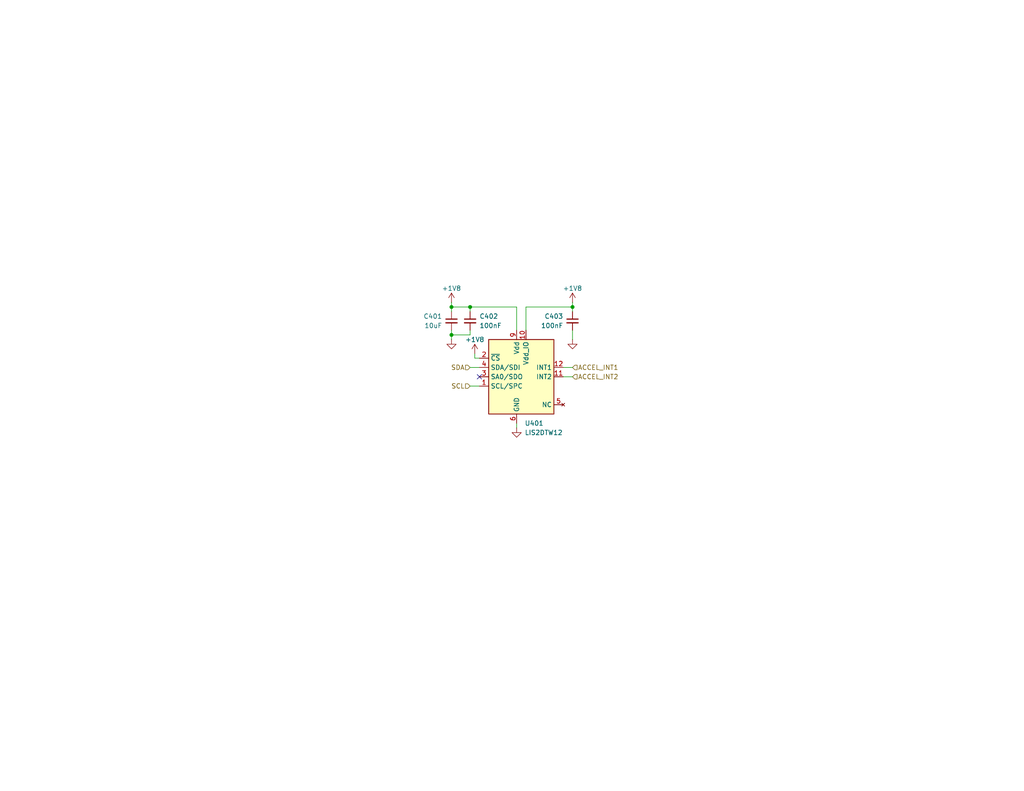
<source format=kicad_sch>
(kicad_sch (version 20231120) (generator "eeschema") (generator_version "8.0")
  (paper "USLetter")
  (title_block (title "BT Bike Light") (date "2024-08-25") (rev "A") (company "Embedded Shark, LLC") (comment 1 "Ben Owen"))
  (lib_symbols
    (symbol "Device:C_Small" (pin_numbers hide) (pin_names (offset 0.254) hide)
      (property "Reference" "C" (at 0.254 1.778 0))
      (property "Value" "C_Small" (at 0.254 -2.032 0))
      (symbol "C_Small_0_1"
        (polyline (pts (xy -1.524 -0.508) (xy 1.524 -0.508)) (stroke (width 0.3302)))
        (polyline (pts (xy -1.524 0.508) (xy 1.524 0.508)) (stroke (width 0.3048)))
      )
      (symbol "C_Small_1_1"
        (pin passive line (at 0 2.54 270) (length 2.032) (name "~") (number "1"))
        (pin passive line (at 0 -2.54 90) (length 2.032) (name "~") (number "2"))
      )
    )
    (symbol "STMicroelectronics:LIS2DTW12"
      (property "Reference" "U" (at -5.08 11.43 0))
      (property "Value" "LIS2DTW12" (at 3.81 11.43 0))
      (symbol "LIS2DTW12_0_1"
        (rectangle (start -7.62 10.16) (end 10.16 -10.16) (stroke (width 0.254)) (fill (type background)))
      )
      (symbol "LIS2DTW12_1_1"
        (pin input line (at -10.16 -2.54 0) (length 2.54) (name "SCL/SPC") (number "1"))
        (pin power_in line (at 2.54 12.7 270) (length 2.54) (name "Vdd_IO") (number "10"))
        (pin output line (at 12.7 0 180) (length 2.54) (name "INT2") (number "11"))
        (pin output line (at 12.7 2.54 180) (length 2.54) (name "INT1") (number "12"))
        (pin input line (at -10.16 5.08 0) (length 2.54) (name "~{CS}") (number "2"))
        (pin bidirectional line (at -10.16 0 0) (length 2.54) (name "SA0/SDO") (number "3"))
        (pin bidirectional line (at -10.16 2.54 0) (length 2.54) (name "SDA/SDI") (number "4"))
        (pin no_connect line (at 12.7 -7.62 180) (length 2.54) (name "NC") (number "5"))
        (pin power_in line (at 0 -12.7 90) (length 2.54) (name "GND") (number "6"))
        (pin passive line (at 0 -12.7 90) (length 2.54) hide (name "GND") (number "7"))
        (pin passive line (at 0 -12.7 90) (length 2.54) hide (name "GND") (number "8"))
        (pin power_in line (at 0 12.7 270) (length 2.54) (name "Vdd") (number "9"))
      )
    )
    (symbol "power:+1V8" (power) (pin_numbers hide) (pin_names (offset 0) hide)
      (property "Value" "+1V8" (at 0 3.556 0))
      (symbol "+1V8_0_1"
        (polyline (pts (xy -0.762 1.27) (xy 0 2.54)))
        (polyline (pts (xy 0 0) (xy 0 2.54)))
        (polyline (pts (xy 0 2.54) (xy 0.762 1.27)))
      )
      (symbol "+1V8_1_1"
        (pin power_in line (at 0 0 90) (length 0) (name "~") (number "1"))
      )
    )
    (symbol "power:GND" (power) (pin_numbers hide) (pin_names (offset 0) hide)
      (property "Value" "GND" (at 0 -3.81 0))
      (symbol "GND_0_1"
        (polyline (pts (xy 0 0) (xy 0 -1.27) (xy 1.27 -1.27) (xy 0 -2.54) (xy -1.27 -1.27) (xy 0 -1.27)))
      )
      (symbol "GND_1_1"
        (pin power_in line (at 0 0 270) (length 0) (name "~") (number "1"))
      )
    )
  )
  (junction (at 156.21 83.82))
  (junction (at 128.27 83.82))
  (junction (at 123.19 91.44))
  (junction (at 123.19 83.82))
  (no_connect (at 130.81 102.87))
  (wire (pts (xy 123.19 82.55) (xy 123.19 83.82)))
  (wire (pts (xy 123.19 91.44) (xy 123.19 90.17)))
  (wire (pts (xy 128.27 83.82) (xy 128.27 85.09)))
  (wire (pts (xy 123.19 91.44) (xy 123.19 92.71)))
  (wire (pts (xy 143.51 83.82) (xy 143.51 90.17)))
  (wire (pts (xy 129.54 96.52) (xy 129.54 97.79)))
  (wire (pts (xy 156.21 83.82) (xy 143.51 83.82)))
  (wire (pts (xy 153.67 100.33) (xy 156.21 100.33)))
  (wire (pts (xy 123.19 91.44) (xy 128.27 91.44)))
  (wire (pts (xy 153.67 102.87) (xy 156.21 102.87)))
  (wire (pts (xy 156.21 83.82) (xy 156.21 85.09)))
  (wire (pts (xy 123.19 83.82) (xy 128.27 83.82)))
  (wire (pts (xy 156.21 82.55) (xy 156.21 83.82)))
  (wire (pts (xy 128.27 83.82) (xy 140.97 83.82)))
  (wire (pts (xy 140.97 115.57) (xy 140.97 116.84)))
  (wire (pts (xy 128.27 90.17) (xy 128.27 91.44)))
  (wire (pts (xy 128.27 100.33) (xy 130.81 100.33)))
  (wire (pts (xy 156.21 90.17) (xy 156.21 92.71)))
  (wire (pts (xy 123.19 83.82) (xy 123.19 85.09)))
  (wire (pts (xy 128.27 105.41) (xy 130.81 105.41)))
  (wire (pts (xy 140.97 90.17) (xy 140.97 83.82)))
  (wire (pts (xy 129.54 97.79) (xy 130.81 97.79)))
  (hierarchical_label "SDA" (shape input) (at 128.27 100.33 180))
  (hierarchical_label "ACCEL_INT1" (shape input) (at 156.21 100.33 0))
  (hierarchical_label "SCL" (shape input) (at 128.27 105.41 180))
  (hierarchical_label "ACCEL_INT2" (shape input) (at 156.21 102.87 0))
  (symbol (lib_id "Device:C_Small") (at 128.27 87.63 0) (unit 1)
    (property "Reference" "C402" (at 130.81 86.3662 0) (effects (justify left)))
    (property "Value" "100nF" (at 130.81 88.9062 0) (effects (justify left)))
    (property "Footprint" "Capacitor_SMD:C_0402_1005Metric" (effects (hide yes)))
    (property "Description" "Unpolarized capacitor, small symbol" (effects (hide yes)))
  )
  (symbol (lib_id "Device:C_Small") (at 123.19 87.63 0) (mirror y) (unit 1)
    (property "Reference" "C401" (at 120.65 86.3662 0) (effects (justify left)))
    (property "Value" "10uF" (at 120.65 88.9062 0) (effects (justify left)))
    (property "Footprint" "Capacitor_SMD:C_0402_1005Metric" (effects (hide yes)))
    (property "Description" "Unpolarized capacitor, small symbol" (effects (hide yes)))
  )
  (symbol (lib_id "Device:C_Small") (at 156.21 87.63 0) (mirror y) (unit 1)
    (property "Reference" "C403" (at 153.67 86.3662 0) (effects (justify left)))
    (property "Value" "100nF" (at 153.67 88.9062 0) (effects (justify left)))
    (property "Footprint" "Capacitor_SMD:C_0402_1005Metric" (effects (hide yes)))
    (property "Description" "Unpolarized capacitor, small symbol" (effects (hide yes)))
  )
  (symbol (lib_id "power:+1V8") (at 123.19 82.55 0) (unit 1)
    (property "Reference" "#PWR0401" (effects (hide yes)))
    (property "Value" "+1V8" (at 123.19 78.74 0))
    (property "Description" "Power symbol creates a global label with name \"+1V8\"" (effects (hide yes)))
  )
  (symbol (lib_id "STMicroelectronics:LIS2DTW12") (at 140.97 102.87 0) (unit 1)
    (property "Reference" "U401" (at 143.1641 115.57 0) (effects (justify left)))
    (property "Value" "LIS2DTW12" (at 143.1641 118.11 0) (effects (justify left)))
    (property "Footprint" "Package_LGA:LGA-12_2x2mm_P0.5mm" (effects (hide yes)))
    (property "Datasheet" "https://www.st.com/resource/en/datasheet/lis2dtw12.pdf" (effects (hide yes)))
    (property "Description" "MEMS digital output dual motion and temperature sensor" (effects (hide yes)))
  )
  (symbol (lib_id "power:GND") (at 156.21 92.71 0) (unit 1)
    (property "Reference" "#PWR0406" (effects (hide yes)))
    (property "Value" "GND" (effects (hide yes)))
    (property "Description" "Power symbol creates a global label with name \"GND\" , ground" (effects (hide yes)))
  )
  (symbol (lib_id "power:GND") (at 140.97 116.84 0) (unit 1)
    (property "Reference" "#PWR0404" (effects (hide yes)))
    (property "Value" "GND" (effects (hide yes)))
    (property "Description" "Power symbol creates a global label with name \"GND\" , ground" (effects (hide yes)))
  )
  (symbol (lib_id "power:+1V8") (at 156.21 82.55 0) (unit 1)
    (property "Reference" "#PWR0405" (effects (hide yes)))
    (property "Value" "+1V8" (at 156.21 78.74 0))
    (property "Description" "Power symbol creates a global label with name \"+1V8\"" (effects (hide yes)))
  )
  (symbol (lib_id "power:GND") (at 123.19 92.71 0) (unit 1)
    (property "Reference" "#PWR0402" (effects (hide yes)))
    (property "Value" "GND" (effects (hide yes)))
    (property "Description" "Power symbol creates a global label with name \"GND\" , ground" (effects (hide yes)))
  )
  (symbol (lib_id "power:+1V8") (at 129.54 96.52 0) (unit 1)
    (property "Reference" "#PWR0403" (effects (hide yes)))
    (property "Value" "+1V8" (at 129.54 92.71 0))
    (property "Description" "Power symbol creates a global label with name \"+1V8\"" (effects (hide yes)))
  )
)
</source>
